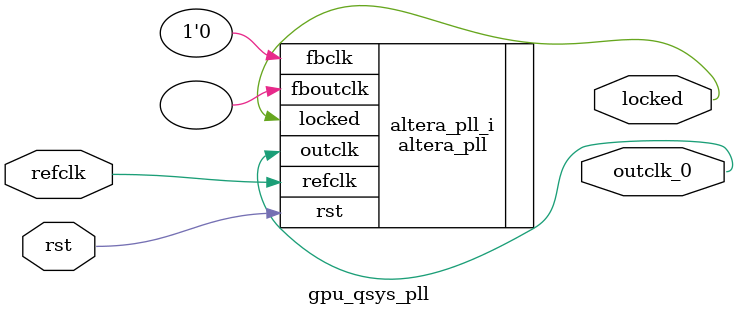
<source format=v>
`timescale 1ns/10ps
module  gpu_qsys_pll(

	// interface 'refclk'
	input wire refclk,

	// interface 'reset'
	input wire rst,

	// interface 'outclk0'
	output wire outclk_0,

	// interface 'locked'
	output wire locked
);

	altera_pll #(
		.fractional_vco_multiplier("false"),
		.reference_clock_frequency("50.0 MHz"),
		.operation_mode("normal"),
		.number_of_clocks(1),
		.output_clock_frequency0("143.000000 MHz"),
		.phase_shift0("0 ps"),
		.duty_cycle0(50),
		.output_clock_frequency1("0 MHz"),
		.phase_shift1("0 ps"),
		.duty_cycle1(50),
		.output_clock_frequency2("0 MHz"),
		.phase_shift2("0 ps"),
		.duty_cycle2(50),
		.output_clock_frequency3("0 MHz"),
		.phase_shift3("0 ps"),
		.duty_cycle3(50),
		.output_clock_frequency4("0 MHz"),
		.phase_shift4("0 ps"),
		.duty_cycle4(50),
		.output_clock_frequency5("0 MHz"),
		.phase_shift5("0 ps"),
		.duty_cycle5(50),
		.output_clock_frequency6("0 MHz"),
		.phase_shift6("0 ps"),
		.duty_cycle6(50),
		.output_clock_frequency7("0 MHz"),
		.phase_shift7("0 ps"),
		.duty_cycle7(50),
		.output_clock_frequency8("0 MHz"),
		.phase_shift8("0 ps"),
		.duty_cycle8(50),
		.output_clock_frequency9("0 MHz"),
		.phase_shift9("0 ps"),
		.duty_cycle9(50),
		.output_clock_frequency10("0 MHz"),
		.phase_shift10("0 ps"),
		.duty_cycle10(50),
		.output_clock_frequency11("0 MHz"),
		.phase_shift11("0 ps"),
		.duty_cycle11(50),
		.output_clock_frequency12("0 MHz"),
		.phase_shift12("0 ps"),
		.duty_cycle12(50),
		.output_clock_frequency13("0 MHz"),
		.phase_shift13("0 ps"),
		.duty_cycle13(50),
		.output_clock_frequency14("0 MHz"),
		.phase_shift14("0 ps"),
		.duty_cycle14(50),
		.output_clock_frequency15("0 MHz"),
		.phase_shift15("0 ps"),
		.duty_cycle15(50),
		.output_clock_frequency16("0 MHz"),
		.phase_shift16("0 ps"),
		.duty_cycle16(50),
		.output_clock_frequency17("0 MHz"),
		.phase_shift17("0 ps"),
		.duty_cycle17(50),
		.pll_type("General"),
		.pll_subtype("General")
	) altera_pll_i (
		.rst	(rst),
		.outclk	({outclk_0}),
		.locked	(locked),
		.fboutclk	( ),
		.fbclk	(1'b0),
		.refclk	(refclk)
	);
endmodule


</source>
